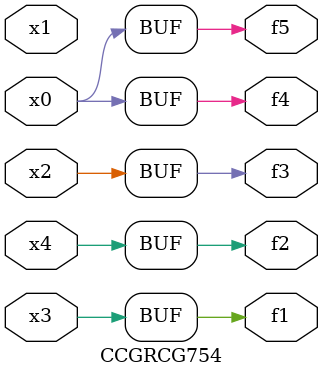
<source format=v>
module CCGRCG754(
	input x0, x1, x2, x3, x4,
	output f1, f2, f3, f4, f5
);
	assign f1 = x3;
	assign f2 = x4;
	assign f3 = x2;
	assign f4 = x0;
	assign f5 = x0;
endmodule

</source>
